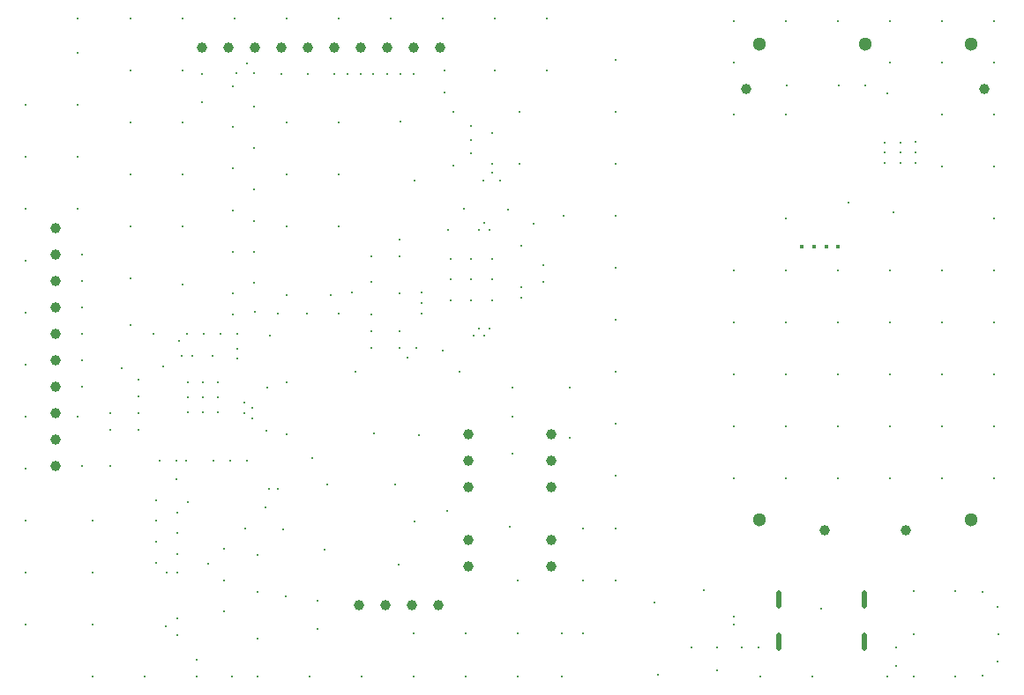
<source format=gbr>
%TF.GenerationSoftware,KiCad,Pcbnew,8.0.5*%
%TF.CreationDate,2024-09-26T23:10:04+07:00*%
%TF.ProjectId,HW.ACIM-DBG,48572e41-4349-44d2-9d44-42472e6b6963,0.1*%
%TF.SameCoordinates,Original*%
%TF.FileFunction,Plated,1,4,PTH,Mixed*%
%TF.FilePolarity,Positive*%
%FSLAX46Y46*%
G04 Gerber Fmt 4.6, Leading zero omitted, Abs format (unit mm)*
G04 Created by KiCad (PCBNEW 8.0.5) date 2024-09-26 23:10:04*
%MOMM*%
%LPD*%
G01*
G04 APERTURE LIST*
%TA.AperFunction,ViaDrill*%
%ADD10C,0.300000*%
%TD*%
%TA.AperFunction,ViaDrill*%
%ADD11C,0.400000*%
%TD*%
G04 aperture for slot hole*
%TA.AperFunction,ComponentDrill*%
%ADD12C,0.500000*%
%TD*%
%TA.AperFunction,ComponentDrill*%
%ADD13C,1.000000*%
%TD*%
%TA.AperFunction,ComponentDrill*%
%ADD14C,1.300000*%
%TD*%
G04 APERTURE END LIST*
D10*
X110562700Y-44450000D03*
X110562700Y-49450000D03*
X110562700Y-54450000D03*
X110562700Y-59450000D03*
X110562700Y-64450000D03*
X110562700Y-69450000D03*
X110562700Y-74450000D03*
X110562700Y-79450000D03*
X110562700Y-84450000D03*
X110562700Y-89450000D03*
X110562700Y-94450000D03*
X115562700Y-36150000D03*
X115562700Y-39450000D03*
X115562700Y-44450000D03*
X115562700Y-49450000D03*
X115562700Y-54450000D03*
X115562700Y-74450000D03*
X115975000Y-58860200D03*
X115975000Y-61400200D03*
X115975000Y-63940200D03*
X115975000Y-66480200D03*
X115975000Y-69020200D03*
X115975000Y-71560200D03*
X115975000Y-79180200D03*
X116962700Y-84450000D03*
X116962700Y-89450000D03*
X116962700Y-94450000D03*
X116962700Y-99450000D03*
X118675000Y-74100200D03*
X118675000Y-75700200D03*
X118675000Y-79180200D03*
X119750000Y-69800200D03*
X120562700Y-36150000D03*
X120562700Y-41150000D03*
X120562700Y-46150000D03*
X120562700Y-51150000D03*
X120562700Y-56150000D03*
X120562700Y-61150000D03*
X120562700Y-65650000D03*
X121375000Y-70900200D03*
X121375000Y-72500200D03*
X121375000Y-74100200D03*
X121375000Y-75700200D03*
X121962700Y-99450000D03*
X122817000Y-66450200D03*
X123067000Y-82450200D03*
X123067000Y-84450200D03*
X123067000Y-86450200D03*
X123067000Y-88450200D03*
X123362700Y-78700000D03*
X123767000Y-69600200D03*
X124012700Y-94550000D03*
X124067000Y-89450200D03*
X124962700Y-78700000D03*
X124962700Y-80425000D03*
X125062700Y-93825000D03*
X125062700Y-95450000D03*
X125067000Y-83650200D03*
X125067000Y-85650200D03*
X125067000Y-87650200D03*
X125067000Y-89450200D03*
X125225000Y-67175200D03*
X125517000Y-68600200D03*
X125562700Y-36150000D03*
X125562700Y-41150000D03*
X125562700Y-46150000D03*
X125562700Y-51150000D03*
X125562700Y-56150000D03*
X125562700Y-61750000D03*
X125967000Y-78700200D03*
X126017000Y-66450200D03*
X126067000Y-71150200D03*
X126067000Y-72600200D03*
X126067000Y-74050200D03*
X126067000Y-82650200D03*
X126517000Y-68600200D03*
X126962700Y-97825000D03*
X126962700Y-99450000D03*
X127432700Y-41500000D03*
X127432700Y-44200000D03*
X127517000Y-71150200D03*
X127517000Y-72600200D03*
X127517000Y-74050200D03*
X127617000Y-66450200D03*
X128067000Y-88600200D03*
X128517000Y-68600200D03*
X128562700Y-78700000D03*
X128967000Y-71150200D03*
X128967000Y-72600200D03*
X128967000Y-74050200D03*
X129217000Y-66450200D03*
X129574385Y-87150000D03*
X129574385Y-90150000D03*
X129574385Y-93150000D03*
X130162700Y-78700000D03*
X130312700Y-99450000D03*
X130425000Y-42700000D03*
X130425000Y-46600000D03*
X130425000Y-50600000D03*
X130425000Y-54600000D03*
X130425000Y-58600000D03*
X130425000Y-62600000D03*
X130425000Y-64600000D03*
X130562700Y-36150000D03*
X130762700Y-41450000D03*
X130817000Y-66450200D03*
X130817000Y-67950200D03*
X130817000Y-68850200D03*
X131517000Y-73100200D03*
X131517000Y-74100200D03*
X131574385Y-85150000D03*
X131762700Y-40450000D03*
X131762700Y-78700000D03*
X132267000Y-73600200D03*
X132267000Y-74600200D03*
X132425000Y-44600000D03*
X132425000Y-48600000D03*
X132425000Y-52600000D03*
X132425000Y-55600000D03*
X132425000Y-58600000D03*
X132425000Y-61600000D03*
X132462700Y-41450000D03*
X132562700Y-64350000D03*
X132759700Y-87747000D03*
X132759700Y-91247000D03*
X132759700Y-95747000D03*
X132762700Y-99450000D03*
X133574385Y-83150000D03*
X133667000Y-75800200D03*
X133767000Y-71600200D03*
X133867000Y-81400200D03*
X133962700Y-66650000D03*
X134762700Y-64550000D03*
X134767000Y-81400200D03*
X135052700Y-41500000D03*
X135259700Y-85247000D03*
X135462700Y-91750000D03*
X135562700Y-36150000D03*
X135562700Y-46150000D03*
X135562700Y-51150000D03*
X135562700Y-56150000D03*
X135562700Y-62750000D03*
X135562700Y-71150000D03*
X135562700Y-76150000D03*
X137562700Y-64550000D03*
X137592700Y-41500000D03*
X137762700Y-99450000D03*
X138012700Y-78450000D03*
X138562700Y-92125000D03*
X138562700Y-94825000D03*
X139212700Y-87250000D03*
X139509700Y-80997000D03*
X139862700Y-62750000D03*
X140132700Y-41500000D03*
X140562700Y-36150000D03*
X140562700Y-46150000D03*
X140562700Y-51150000D03*
X140562700Y-56150000D03*
X140562700Y-64550000D03*
X141425000Y-41500000D03*
X141883858Y-62478858D03*
X142162700Y-70150000D03*
X142672700Y-41500000D03*
X142762700Y-99450000D03*
X143725000Y-59000000D03*
X143725000Y-64650000D03*
X143725000Y-66250000D03*
X143725000Y-67850000D03*
X143733858Y-61500000D03*
X143925000Y-41500000D03*
X143987500Y-76062501D03*
X145225000Y-41500000D03*
X145562700Y-36150000D03*
X146009700Y-80997000D03*
X146362700Y-88650000D03*
X146425000Y-57400000D03*
X146425000Y-59000000D03*
X146425000Y-62550000D03*
X146425000Y-66250000D03*
X146425000Y-67850000D03*
X146525000Y-41500000D03*
X146525000Y-46100000D03*
X147150000Y-68800000D03*
X147752700Y-41500000D03*
X147762700Y-95300000D03*
X147762700Y-99450000D03*
X147825000Y-51750000D03*
X147837500Y-84512500D03*
X148050000Y-67850000D03*
X148262700Y-76200000D03*
X148575000Y-62500000D03*
X148575000Y-63500000D03*
X148575000Y-64500000D03*
X150562700Y-36150000D03*
X150575000Y-68075000D03*
X150725000Y-41150000D03*
X150725000Y-43250000D03*
X151009700Y-83497000D03*
X151075000Y-56500000D03*
X151325000Y-59300000D03*
X151325000Y-61250000D03*
X151325000Y-63250000D03*
X151625000Y-45100000D03*
X151625000Y-50300000D03*
X152162700Y-70150000D03*
X152575000Y-54450000D03*
X152762700Y-95300000D03*
X152762700Y-99450000D03*
X153275000Y-46525000D03*
X153275000Y-47825000D03*
X153275000Y-59250000D03*
X153325000Y-49125000D03*
X153325000Y-61250000D03*
X153325000Y-63250000D03*
X153575000Y-66650000D03*
X154075000Y-56500000D03*
X154075000Y-66000000D03*
X154475000Y-51750000D03*
X154575000Y-55850000D03*
X154575000Y-66650000D03*
X155075000Y-56500000D03*
X155075000Y-66000000D03*
X155275000Y-47175000D03*
X155275000Y-50150000D03*
X155275000Y-51025000D03*
X155325000Y-59250000D03*
X155325000Y-61250000D03*
X155325000Y-63250000D03*
X155562700Y-36150000D03*
X155562700Y-41150000D03*
X156075000Y-51750000D03*
X156875000Y-54500000D03*
X157009700Y-84997000D03*
X157262700Y-71650000D03*
X157262700Y-74450000D03*
X157262700Y-77950000D03*
X157762700Y-90150000D03*
X157762700Y-95250000D03*
X157762700Y-99450000D03*
X157962700Y-45150000D03*
X157975000Y-50150000D03*
X158075000Y-58000000D03*
X158075000Y-61950000D03*
X158075000Y-63000000D03*
X159275000Y-55925000D03*
X160225000Y-59900000D03*
X160225000Y-61500000D03*
X160562700Y-36150000D03*
X160562700Y-41150000D03*
X162012700Y-95250000D03*
X162012700Y-99450000D03*
X162162700Y-55150000D03*
X162762700Y-71650000D03*
X162762700Y-76450000D03*
X164009700Y-85147000D03*
X164009700Y-90147000D03*
X164009700Y-95247000D03*
X167162700Y-40150000D03*
X167162700Y-45150000D03*
X167162700Y-50150000D03*
X167162700Y-55150000D03*
X167162700Y-60150000D03*
X167162700Y-65150000D03*
X167162700Y-70150000D03*
X167162700Y-75150000D03*
X167162700Y-80150000D03*
X167162700Y-85150000D03*
X167162700Y-90150000D03*
X170924385Y-92277911D03*
X171256350Y-99243650D03*
X174475100Y-96580100D03*
X175624385Y-91077911D03*
X176875100Y-96580100D03*
X176875100Y-98780100D03*
X178500100Y-93654385D03*
X178500100Y-94454385D03*
X178525000Y-36400001D03*
X178525000Y-40400001D03*
X178525000Y-45400001D03*
X178525000Y-60400001D03*
X178525000Y-65400001D03*
X178525000Y-70400001D03*
X178525000Y-75400001D03*
X178525000Y-80400001D03*
X179275100Y-96580100D03*
X180875100Y-96580100D03*
X181087500Y-99412500D03*
X183525000Y-36400001D03*
X183525000Y-45400001D03*
X183525000Y-55400001D03*
X183525000Y-60400001D03*
X183525000Y-65400001D03*
X183525000Y-70400001D03*
X183525000Y-75400001D03*
X183525000Y-80400001D03*
X183624998Y-42590000D03*
X186087500Y-99412500D03*
X186887500Y-92912500D03*
X188525000Y-36400001D03*
X188525000Y-60400001D03*
X188525000Y-65400001D03*
X188525000Y-70400001D03*
X188525000Y-75400001D03*
X188525000Y-80400001D03*
X188625000Y-42590000D03*
X189525000Y-53900001D03*
X191125000Y-42590000D03*
X192990000Y-48065001D03*
X192990000Y-49065001D03*
X192990000Y-50065001D03*
X193275000Y-43365001D03*
X193287500Y-99412500D03*
X193525000Y-36400001D03*
X193525000Y-40400001D03*
X193525000Y-60400001D03*
X193525000Y-65400001D03*
X193525000Y-70400001D03*
X193525000Y-75400001D03*
X193525000Y-80400001D03*
X193855000Y-54765001D03*
X194087500Y-96612500D03*
X194087500Y-98412500D03*
X194490000Y-48065001D03*
X194490000Y-49065001D03*
X194490000Y-50065001D03*
X195787500Y-91212500D03*
X195787500Y-95312500D03*
X195787500Y-99412500D03*
X195957499Y-48032500D03*
X195990000Y-49065001D03*
X195990000Y-50065001D03*
X198525000Y-36400001D03*
X198525000Y-40400001D03*
X198525000Y-45400001D03*
X198525000Y-50400001D03*
X198525000Y-60400001D03*
X198525000Y-65400001D03*
X198525000Y-70400001D03*
X198525000Y-75400001D03*
X198525000Y-80400001D03*
X199787500Y-91212500D03*
X199787500Y-99412500D03*
X202362700Y-91250000D03*
X202362700Y-99350000D03*
X203525000Y-36400001D03*
X203525000Y-40400001D03*
X203525000Y-45400001D03*
X203525000Y-50400001D03*
X203525000Y-55400001D03*
X203525000Y-60400001D03*
X203525000Y-65400001D03*
X203525000Y-70400001D03*
X203525000Y-75400001D03*
X203525000Y-80400001D03*
X203862700Y-92750000D03*
X203862700Y-97950000D03*
X203887500Y-95312500D03*
D11*
X185039998Y-58065001D03*
X186239998Y-58065001D03*
X187389998Y-58065001D03*
X188540000Y-58065001D03*
D12*
%TO.C,J2*%
X182825100Y-92675100D02*
X182825100Y-91375100D01*
X182825100Y-96725100D02*
X182825100Y-95425100D01*
X191025100Y-92675100D02*
X191025100Y-91375100D01*
X191025100Y-96725100D02*
X191025100Y-95425100D01*
D13*
%TO.C,J3*%
X113425000Y-56320200D03*
X113425000Y-58860200D03*
X113425000Y-61400200D03*
X113425000Y-63940200D03*
X113425000Y-66480200D03*
X113425000Y-69020200D03*
X113425000Y-71560200D03*
X113425000Y-74100200D03*
X113425000Y-76640200D03*
X113425000Y-79180200D03*
%TO.C,J1*%
X127432700Y-38950000D03*
X129972700Y-38950000D03*
X132512700Y-38950000D03*
X135052700Y-38950000D03*
X137592700Y-38950000D03*
X140132700Y-38950000D03*
%TO.C,J4*%
X142552700Y-92575000D03*
%TO.C,J1*%
X142672700Y-38950000D03*
%TO.C,J4*%
X145092700Y-92575000D03*
%TO.C,J1*%
X145212700Y-38950000D03*
%TO.C,J4*%
X147632700Y-92575000D03*
%TO.C,J1*%
X147752700Y-38950000D03*
%TO.C,J4*%
X150172700Y-92575000D03*
%TO.C,J1*%
X150292700Y-38950000D03*
%TO.C,MD1*%
X152987500Y-76162500D03*
X152987500Y-78702500D03*
X152987500Y-81242499D03*
X152987500Y-86322500D03*
X152987500Y-88862500D03*
X160987500Y-76162500D03*
X160987500Y-78702500D03*
X160987500Y-81242500D03*
X160987500Y-86322500D03*
X160987500Y-88862500D03*
%TO.C,MD3*%
X179725000Y-42900000D03*
X187225000Y-85400001D03*
X195025000Y-85400001D03*
X202525000Y-42900000D03*
D14*
%TO.C,MD4*%
X180965000Y-38590000D03*
X180965000Y-84310000D03*
X191125000Y-38590000D03*
X201285000Y-38590000D03*
X201285000Y-84310000D03*
M02*

</source>
